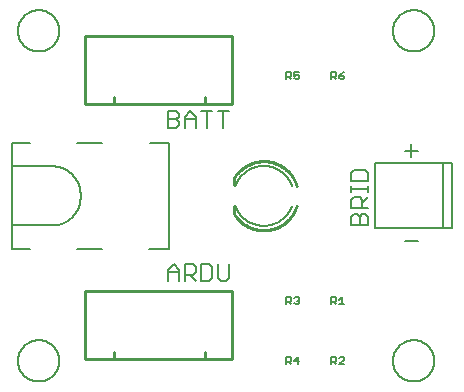
<source format=gto>
G75*
%MOIN*%
%OFA0B0*%
%FSLAX25Y25*%
%IPPOS*%
%LPD*%
%AMOC8*
5,1,8,0,0,1.08239X$1,22.5*
%
%ADD10C,0.00500*%
%ADD11C,0.00600*%
%ADD12C,0.01000*%
%ADD13C,0.00800*%
D10*
X0100746Y0080683D02*
X0100746Y0084353D01*
X0102581Y0086188D01*
X0104416Y0084353D01*
X0104416Y0080683D01*
X0106271Y0080683D02*
X0106271Y0086188D01*
X0109023Y0086188D01*
X0109941Y0085270D01*
X0109941Y0083435D01*
X0109023Y0082518D01*
X0106271Y0082518D01*
X0108106Y0082518D02*
X0109941Y0080683D01*
X0111796Y0080683D02*
X0114548Y0080683D01*
X0115465Y0081601D01*
X0115465Y0085270D01*
X0114548Y0086188D01*
X0111796Y0086188D01*
X0111796Y0080683D01*
X0117320Y0081601D02*
X0117320Y0086188D01*
X0120990Y0086188D02*
X0120990Y0081601D01*
X0120073Y0080683D01*
X0118238Y0080683D01*
X0117320Y0081601D01*
X0104416Y0083435D02*
X0100746Y0083435D01*
X0100746Y0131683D02*
X0103499Y0131683D01*
X0104416Y0132601D01*
X0104416Y0133518D01*
X0103499Y0134435D01*
X0100746Y0134435D01*
X0100746Y0131683D02*
X0100746Y0137188D01*
X0103499Y0137188D01*
X0104416Y0136270D01*
X0104416Y0135353D01*
X0103499Y0134435D01*
X0106271Y0134435D02*
X0109941Y0134435D01*
X0109941Y0135353D02*
X0109941Y0131683D01*
X0109941Y0135353D02*
X0108106Y0137188D01*
X0106271Y0135353D01*
X0106271Y0131683D01*
X0111796Y0137188D02*
X0115465Y0137188D01*
X0113631Y0137188D02*
X0113631Y0131683D01*
X0119155Y0131683D02*
X0119155Y0137188D01*
X0117320Y0137188D02*
X0120990Y0137188D01*
X0161840Y0116668D02*
X0161840Y0113916D01*
X0167345Y0113916D01*
X0167345Y0116668D01*
X0166428Y0117585D01*
X0162758Y0117585D01*
X0161840Y0116668D01*
X0161840Y0112067D02*
X0161840Y0110233D01*
X0161840Y0111150D02*
X0167345Y0111150D01*
X0167345Y0110233D02*
X0167345Y0112067D01*
X0167345Y0108378D02*
X0165510Y0106543D01*
X0165510Y0107460D02*
X0165510Y0104708D01*
X0167345Y0104708D02*
X0161840Y0104708D01*
X0161840Y0107460D01*
X0162758Y0108378D01*
X0164593Y0108378D01*
X0165510Y0107460D01*
X0165510Y0102853D02*
X0166428Y0102853D01*
X0167345Y0101935D01*
X0167345Y0099183D01*
X0161840Y0099183D01*
X0161840Y0101935D01*
X0162758Y0102853D01*
X0163675Y0102853D01*
X0164593Y0101935D01*
X0164593Y0099183D01*
X0164593Y0101935D02*
X0165510Y0102853D01*
D11*
X0179672Y0093936D02*
X0183943Y0093936D01*
X0158696Y0075135D02*
X0158696Y0072733D01*
X0159496Y0072733D02*
X0157895Y0072733D01*
X0156734Y0072733D02*
X0155933Y0073534D01*
X0156334Y0073534D02*
X0155133Y0073534D01*
X0155133Y0072733D02*
X0155133Y0075135D01*
X0156334Y0075135D01*
X0156734Y0074735D01*
X0156734Y0073934D01*
X0156334Y0073534D01*
X0157895Y0074334D02*
X0158696Y0075135D01*
X0144497Y0074735D02*
X0144497Y0074334D01*
X0144096Y0073934D01*
X0144497Y0073534D01*
X0144497Y0073133D01*
X0144096Y0072733D01*
X0143295Y0072733D01*
X0142895Y0073133D01*
X0143696Y0073934D02*
X0144096Y0073934D01*
X0144497Y0074735D02*
X0144096Y0075135D01*
X0143295Y0075135D01*
X0142895Y0074735D01*
X0141734Y0074735D02*
X0141734Y0073934D01*
X0141334Y0073534D01*
X0140133Y0073534D01*
X0140933Y0073534D02*
X0141734Y0072733D01*
X0140133Y0072733D02*
X0140133Y0075135D01*
X0141334Y0075135D01*
X0141734Y0074735D01*
X0141334Y0055135D02*
X0141734Y0054735D01*
X0141734Y0053934D01*
X0141334Y0053534D01*
X0140133Y0053534D01*
X0140933Y0053534D02*
X0141734Y0052733D01*
X0140133Y0052733D02*
X0140133Y0055135D01*
X0141334Y0055135D01*
X0142895Y0053934D02*
X0144497Y0053934D01*
X0144096Y0052733D02*
X0144096Y0055135D01*
X0142895Y0053934D01*
X0155133Y0053534D02*
X0156334Y0053534D01*
X0156734Y0053934D01*
X0156734Y0054735D01*
X0156334Y0055135D01*
X0155133Y0055135D01*
X0155133Y0052733D01*
X0155933Y0053534D02*
X0156734Y0052733D01*
X0157895Y0052733D02*
X0159497Y0054334D01*
X0159497Y0054735D01*
X0159096Y0055135D01*
X0158295Y0055135D01*
X0157895Y0054735D01*
X0157895Y0052733D02*
X0159497Y0052733D01*
X0141995Y0105533D02*
X0141909Y0105304D01*
X0141817Y0105077D01*
X0141720Y0104853D01*
X0141618Y0104631D01*
X0141510Y0104411D01*
X0141396Y0104194D01*
X0141278Y0103980D01*
X0141154Y0103769D01*
X0141025Y0103561D01*
X0140891Y0103357D01*
X0140752Y0103155D01*
X0140608Y0102957D01*
X0140460Y0102763D01*
X0140306Y0102572D01*
X0140148Y0102386D01*
X0139986Y0102203D01*
X0139819Y0102024D01*
X0139648Y0101849D01*
X0139472Y0101679D01*
X0139293Y0101513D01*
X0139109Y0101351D01*
X0138921Y0101194D01*
X0138730Y0101041D01*
X0138535Y0100893D01*
X0138337Y0100751D01*
X0138135Y0100612D01*
X0137929Y0100479D01*
X0137721Y0100351D01*
X0137509Y0100228D01*
X0137295Y0100111D01*
X0137078Y0099998D01*
X0136858Y0099891D01*
X0136635Y0099790D01*
X0136410Y0099694D01*
X0136183Y0099603D01*
X0135953Y0099518D01*
X0135722Y0099439D01*
X0135489Y0099365D01*
X0135254Y0099297D01*
X0135017Y0099235D01*
X0134779Y0099179D01*
X0134540Y0099128D01*
X0134299Y0099083D01*
X0134058Y0099045D01*
X0133815Y0099012D01*
X0133572Y0098985D01*
X0133328Y0098964D01*
X0133084Y0098949D01*
X0132840Y0098940D01*
X0132595Y0098937D01*
X0132350Y0098940D01*
X0132106Y0098949D01*
X0131862Y0098964D01*
X0131618Y0098985D01*
X0131375Y0099012D01*
X0131132Y0099045D01*
X0130891Y0099083D01*
X0130650Y0099128D01*
X0130411Y0099179D01*
X0130173Y0099235D01*
X0129936Y0099297D01*
X0129701Y0099365D01*
X0129468Y0099439D01*
X0129237Y0099518D01*
X0129007Y0099603D01*
X0128780Y0099694D01*
X0128555Y0099790D01*
X0128332Y0099891D01*
X0128112Y0099998D01*
X0127895Y0100111D01*
X0127681Y0100228D01*
X0127469Y0100351D01*
X0127261Y0100479D01*
X0127055Y0100612D01*
X0126853Y0100751D01*
X0126655Y0100893D01*
X0126460Y0101041D01*
X0126269Y0101194D01*
X0126081Y0101351D01*
X0125897Y0101513D01*
X0125718Y0101679D01*
X0125542Y0101849D01*
X0125371Y0102024D01*
X0125204Y0102203D01*
X0125042Y0102386D01*
X0124884Y0102572D01*
X0124730Y0102763D01*
X0124582Y0102957D01*
X0124438Y0103155D01*
X0124299Y0103357D01*
X0124165Y0103561D01*
X0124036Y0103769D01*
X0123912Y0103980D01*
X0123794Y0104194D01*
X0123680Y0104411D01*
X0123572Y0104631D01*
X0123470Y0104853D01*
X0123373Y0105077D01*
X0123281Y0105304D01*
X0123195Y0105533D01*
X0123195Y0112333D02*
X0123281Y0112562D01*
X0123373Y0112789D01*
X0123470Y0113013D01*
X0123572Y0113235D01*
X0123680Y0113455D01*
X0123794Y0113672D01*
X0123912Y0113886D01*
X0124036Y0114097D01*
X0124165Y0114305D01*
X0124299Y0114509D01*
X0124438Y0114711D01*
X0124582Y0114909D01*
X0124730Y0115103D01*
X0124884Y0115294D01*
X0125042Y0115480D01*
X0125204Y0115663D01*
X0125371Y0115842D01*
X0125542Y0116017D01*
X0125718Y0116187D01*
X0125897Y0116353D01*
X0126081Y0116515D01*
X0126269Y0116672D01*
X0126460Y0116825D01*
X0126655Y0116973D01*
X0126853Y0117115D01*
X0127055Y0117254D01*
X0127261Y0117387D01*
X0127469Y0117515D01*
X0127681Y0117638D01*
X0127895Y0117755D01*
X0128112Y0117868D01*
X0128332Y0117975D01*
X0128555Y0118076D01*
X0128780Y0118172D01*
X0129007Y0118263D01*
X0129237Y0118348D01*
X0129468Y0118427D01*
X0129701Y0118501D01*
X0129936Y0118569D01*
X0130173Y0118631D01*
X0130411Y0118687D01*
X0130650Y0118738D01*
X0130891Y0118783D01*
X0131132Y0118821D01*
X0131375Y0118854D01*
X0131618Y0118881D01*
X0131862Y0118902D01*
X0132106Y0118917D01*
X0132350Y0118926D01*
X0132595Y0118929D01*
X0132840Y0118926D01*
X0133084Y0118917D01*
X0133328Y0118902D01*
X0133572Y0118881D01*
X0133815Y0118854D01*
X0134058Y0118821D01*
X0134299Y0118783D01*
X0134540Y0118738D01*
X0134779Y0118687D01*
X0135017Y0118631D01*
X0135254Y0118569D01*
X0135489Y0118501D01*
X0135722Y0118427D01*
X0135953Y0118348D01*
X0136183Y0118263D01*
X0136410Y0118172D01*
X0136635Y0118076D01*
X0136858Y0117975D01*
X0137078Y0117868D01*
X0137295Y0117755D01*
X0137509Y0117638D01*
X0137721Y0117515D01*
X0137929Y0117387D01*
X0138135Y0117254D01*
X0138337Y0117115D01*
X0138535Y0116973D01*
X0138730Y0116825D01*
X0138921Y0116672D01*
X0139109Y0116515D01*
X0139293Y0116353D01*
X0139472Y0116187D01*
X0139648Y0116017D01*
X0139819Y0115842D01*
X0139986Y0115663D01*
X0140148Y0115480D01*
X0140306Y0115294D01*
X0140460Y0115103D01*
X0140608Y0114909D01*
X0140752Y0114711D01*
X0140891Y0114509D01*
X0141025Y0114305D01*
X0141154Y0114097D01*
X0141278Y0113886D01*
X0141396Y0113672D01*
X0141510Y0113455D01*
X0141618Y0113235D01*
X0141720Y0113013D01*
X0141817Y0112789D01*
X0141909Y0112562D01*
X0141995Y0112333D01*
X0179672Y0123936D02*
X0183943Y0123936D01*
X0181808Y0126071D02*
X0181808Y0121801D01*
X0159096Y0147733D02*
X0158295Y0147733D01*
X0157895Y0148133D01*
X0157895Y0148934D01*
X0159096Y0148934D01*
X0159496Y0148534D01*
X0159496Y0148133D01*
X0159096Y0147733D01*
X0157895Y0148934D02*
X0158696Y0149735D01*
X0159496Y0150135D01*
X0156734Y0149735D02*
X0156734Y0148934D01*
X0156334Y0148534D01*
X0155133Y0148534D01*
X0155933Y0148534D02*
X0156734Y0147733D01*
X0155133Y0147733D02*
X0155133Y0150135D01*
X0156334Y0150135D01*
X0156734Y0149735D01*
X0144497Y0150135D02*
X0142895Y0150135D01*
X0142895Y0148934D01*
X0143696Y0149334D01*
X0144096Y0149334D01*
X0144497Y0148934D01*
X0144497Y0148133D01*
X0144096Y0147733D01*
X0143295Y0147733D01*
X0142895Y0148133D01*
X0141734Y0147733D02*
X0140933Y0148534D01*
X0141334Y0148534D02*
X0140133Y0148534D01*
X0140133Y0147733D02*
X0140133Y0150135D01*
X0141334Y0150135D01*
X0141734Y0149735D01*
X0141734Y0148934D01*
X0141334Y0148534D01*
D12*
X0122005Y0139652D02*
X0073186Y0139652D01*
X0073186Y0162289D01*
X0122005Y0162289D01*
X0122005Y0139652D01*
X0112949Y0139878D02*
X0112949Y0141846D01*
X0122595Y0114633D02*
X0122595Y0112433D01*
X0122595Y0105433D02*
X0122595Y0103233D01*
X0122592Y0114634D02*
X0122735Y0114877D01*
X0122883Y0115117D01*
X0123037Y0115352D01*
X0123197Y0115584D01*
X0123363Y0115812D01*
X0123534Y0116036D01*
X0123710Y0116255D01*
X0123892Y0116470D01*
X0124079Y0116681D01*
X0124271Y0116887D01*
X0124468Y0117088D01*
X0124670Y0117284D01*
X0124876Y0117476D01*
X0125088Y0117662D01*
X0125304Y0117843D01*
X0125524Y0118019D01*
X0125748Y0118189D01*
X0125976Y0118354D01*
X0126209Y0118513D01*
X0126445Y0118666D01*
X0126685Y0118813D01*
X0126928Y0118955D01*
X0127175Y0119091D01*
X0127425Y0119220D01*
X0127678Y0119344D01*
X0127935Y0119461D01*
X0128193Y0119571D01*
X0128455Y0119676D01*
X0128719Y0119774D01*
X0128985Y0119866D01*
X0129254Y0119951D01*
X0129524Y0120029D01*
X0129797Y0120101D01*
X0130071Y0120166D01*
X0130346Y0120224D01*
X0130623Y0120276D01*
X0130901Y0120321D01*
X0131180Y0120359D01*
X0131460Y0120390D01*
X0131740Y0120414D01*
X0132021Y0120432D01*
X0132303Y0120442D01*
X0132584Y0120446D01*
X0132866Y0120443D01*
X0133147Y0120433D01*
X0133429Y0120416D01*
X0133709Y0120392D01*
X0133989Y0120361D01*
X0134268Y0120324D01*
X0134546Y0120279D01*
X0134823Y0120228D01*
X0135099Y0120170D01*
X0135373Y0120106D01*
X0135645Y0120035D01*
X0135916Y0119957D01*
X0136185Y0119872D01*
X0136451Y0119781D01*
X0136715Y0119684D01*
X0136977Y0119580D01*
X0137236Y0119469D01*
X0137492Y0119353D01*
X0137746Y0119230D01*
X0137996Y0119101D01*
X0138243Y0118965D01*
X0138487Y0118824D01*
X0138727Y0118677D01*
X0138964Y0118524D01*
X0139196Y0118366D01*
X0139425Y0118201D01*
X0139650Y0118032D01*
X0139870Y0117856D01*
X0140086Y0117676D01*
X0140298Y0117490D01*
X0140505Y0117299D01*
X0140707Y0117103D01*
X0140904Y0116902D01*
X0141097Y0116697D01*
X0141284Y0116486D01*
X0141466Y0116272D01*
X0141643Y0116052D01*
X0141815Y0115829D01*
X0141981Y0115601D01*
X0142141Y0115370D01*
X0142296Y0115135D01*
X0142444Y0114895D01*
X0142587Y0114653D01*
X0142724Y0114407D01*
X0142855Y0114157D01*
X0142980Y0113905D01*
X0143098Y0113649D01*
X0143210Y0113391D01*
X0143316Y0113130D01*
X0143416Y0112867D01*
X0143509Y0112601D01*
X0143595Y0112333D01*
X0143592Y0105534D02*
X0143506Y0105266D01*
X0143413Y0105000D01*
X0143313Y0104737D01*
X0143207Y0104476D01*
X0143095Y0104218D01*
X0142977Y0103962D01*
X0142852Y0103710D01*
X0142721Y0103460D01*
X0142584Y0103214D01*
X0142442Y0102972D01*
X0142293Y0102733D01*
X0142138Y0102497D01*
X0141978Y0102266D01*
X0141812Y0102038D01*
X0141641Y0101815D01*
X0141464Y0101596D01*
X0141282Y0101381D01*
X0141095Y0101171D01*
X0140902Y0100965D01*
X0140705Y0100764D01*
X0140503Y0100569D01*
X0140296Y0100378D01*
X0140084Y0100192D01*
X0139868Y0100011D01*
X0139648Y0099836D01*
X0139423Y0099666D01*
X0139195Y0099502D01*
X0138962Y0099343D01*
X0138725Y0099190D01*
X0138485Y0099043D01*
X0138242Y0098902D01*
X0137995Y0098767D01*
X0137744Y0098638D01*
X0137491Y0098515D01*
X0137235Y0098399D01*
X0136976Y0098288D01*
X0136714Y0098184D01*
X0136450Y0098087D01*
X0136184Y0097996D01*
X0135915Y0097911D01*
X0135645Y0097833D01*
X0135372Y0097762D01*
X0135098Y0097697D01*
X0134823Y0097640D01*
X0134546Y0097588D01*
X0134268Y0097544D01*
X0133989Y0097507D01*
X0133709Y0097476D01*
X0133428Y0097452D01*
X0133147Y0097435D01*
X0132866Y0097425D01*
X0132584Y0097422D01*
X0132303Y0097426D01*
X0132021Y0097436D01*
X0131740Y0097454D01*
X0131460Y0097478D01*
X0131180Y0097509D01*
X0130901Y0097547D01*
X0130623Y0097592D01*
X0130346Y0097644D01*
X0130071Y0097702D01*
X0129797Y0097767D01*
X0129525Y0097839D01*
X0129254Y0097918D01*
X0128986Y0098003D01*
X0128720Y0098094D01*
X0128456Y0098192D01*
X0128194Y0098297D01*
X0127935Y0098407D01*
X0127679Y0098525D01*
X0127426Y0098648D01*
X0127176Y0098777D01*
X0126929Y0098913D01*
X0126686Y0099055D01*
X0126446Y0099202D01*
X0126210Y0099355D01*
X0125978Y0099514D01*
X0125749Y0099679D01*
X0125525Y0099849D01*
X0125305Y0100025D01*
X0125089Y0100206D01*
X0124878Y0100392D01*
X0124672Y0100583D01*
X0124470Y0100780D01*
X0124273Y0100981D01*
X0124081Y0101187D01*
X0123894Y0101397D01*
X0123712Y0101612D01*
X0123536Y0101832D01*
X0123365Y0102056D01*
X0123199Y0102284D01*
X0123040Y0102515D01*
X0122885Y0102751D01*
X0122737Y0102990D01*
X0122595Y0103233D01*
X0122005Y0077289D02*
X0073186Y0077289D01*
X0073186Y0054652D01*
X0122005Y0054652D01*
X0122005Y0077289D01*
X0112949Y0056846D02*
X0112949Y0054878D01*
X0082635Y0054878D02*
X0082635Y0056846D01*
X0082635Y0139878D02*
X0082635Y0141846D01*
D13*
X0050705Y0053933D02*
X0050707Y0054102D01*
X0050713Y0054271D01*
X0050724Y0054440D01*
X0050738Y0054608D01*
X0050757Y0054776D01*
X0050780Y0054944D01*
X0050806Y0055111D01*
X0050837Y0055277D01*
X0050872Y0055443D01*
X0050911Y0055607D01*
X0050955Y0055771D01*
X0051002Y0055933D01*
X0051053Y0056094D01*
X0051108Y0056254D01*
X0051167Y0056413D01*
X0051229Y0056570D01*
X0051296Y0056725D01*
X0051367Y0056879D01*
X0051441Y0057031D01*
X0051519Y0057181D01*
X0051600Y0057329D01*
X0051685Y0057475D01*
X0051774Y0057619D01*
X0051866Y0057761D01*
X0051962Y0057900D01*
X0052061Y0058037D01*
X0052163Y0058172D01*
X0052269Y0058304D01*
X0052378Y0058433D01*
X0052490Y0058560D01*
X0052605Y0058684D01*
X0052723Y0058805D01*
X0052844Y0058923D01*
X0052968Y0059038D01*
X0053095Y0059150D01*
X0053224Y0059259D01*
X0053356Y0059365D01*
X0053491Y0059467D01*
X0053628Y0059566D01*
X0053767Y0059662D01*
X0053909Y0059754D01*
X0054053Y0059843D01*
X0054199Y0059928D01*
X0054347Y0060009D01*
X0054497Y0060087D01*
X0054649Y0060161D01*
X0054803Y0060232D01*
X0054958Y0060299D01*
X0055115Y0060361D01*
X0055274Y0060420D01*
X0055434Y0060475D01*
X0055595Y0060526D01*
X0055757Y0060573D01*
X0055921Y0060617D01*
X0056085Y0060656D01*
X0056251Y0060691D01*
X0056417Y0060722D01*
X0056584Y0060748D01*
X0056752Y0060771D01*
X0056920Y0060790D01*
X0057088Y0060804D01*
X0057257Y0060815D01*
X0057426Y0060821D01*
X0057595Y0060823D01*
X0057764Y0060821D01*
X0057933Y0060815D01*
X0058102Y0060804D01*
X0058270Y0060790D01*
X0058438Y0060771D01*
X0058606Y0060748D01*
X0058773Y0060722D01*
X0058939Y0060691D01*
X0059105Y0060656D01*
X0059269Y0060617D01*
X0059433Y0060573D01*
X0059595Y0060526D01*
X0059756Y0060475D01*
X0059916Y0060420D01*
X0060075Y0060361D01*
X0060232Y0060299D01*
X0060387Y0060232D01*
X0060541Y0060161D01*
X0060693Y0060087D01*
X0060843Y0060009D01*
X0060991Y0059928D01*
X0061137Y0059843D01*
X0061281Y0059754D01*
X0061423Y0059662D01*
X0061562Y0059566D01*
X0061699Y0059467D01*
X0061834Y0059365D01*
X0061966Y0059259D01*
X0062095Y0059150D01*
X0062222Y0059038D01*
X0062346Y0058923D01*
X0062467Y0058805D01*
X0062585Y0058684D01*
X0062700Y0058560D01*
X0062812Y0058433D01*
X0062921Y0058304D01*
X0063027Y0058172D01*
X0063129Y0058037D01*
X0063228Y0057900D01*
X0063324Y0057761D01*
X0063416Y0057619D01*
X0063505Y0057475D01*
X0063590Y0057329D01*
X0063671Y0057181D01*
X0063749Y0057031D01*
X0063823Y0056879D01*
X0063894Y0056725D01*
X0063961Y0056570D01*
X0064023Y0056413D01*
X0064082Y0056254D01*
X0064137Y0056094D01*
X0064188Y0055933D01*
X0064235Y0055771D01*
X0064279Y0055607D01*
X0064318Y0055443D01*
X0064353Y0055277D01*
X0064384Y0055111D01*
X0064410Y0054944D01*
X0064433Y0054776D01*
X0064452Y0054608D01*
X0064466Y0054440D01*
X0064477Y0054271D01*
X0064483Y0054102D01*
X0064485Y0053933D01*
X0064483Y0053764D01*
X0064477Y0053595D01*
X0064466Y0053426D01*
X0064452Y0053258D01*
X0064433Y0053090D01*
X0064410Y0052922D01*
X0064384Y0052755D01*
X0064353Y0052589D01*
X0064318Y0052423D01*
X0064279Y0052259D01*
X0064235Y0052095D01*
X0064188Y0051933D01*
X0064137Y0051772D01*
X0064082Y0051612D01*
X0064023Y0051453D01*
X0063961Y0051296D01*
X0063894Y0051141D01*
X0063823Y0050987D01*
X0063749Y0050835D01*
X0063671Y0050685D01*
X0063590Y0050537D01*
X0063505Y0050391D01*
X0063416Y0050247D01*
X0063324Y0050105D01*
X0063228Y0049966D01*
X0063129Y0049829D01*
X0063027Y0049694D01*
X0062921Y0049562D01*
X0062812Y0049433D01*
X0062700Y0049306D01*
X0062585Y0049182D01*
X0062467Y0049061D01*
X0062346Y0048943D01*
X0062222Y0048828D01*
X0062095Y0048716D01*
X0061966Y0048607D01*
X0061834Y0048501D01*
X0061699Y0048399D01*
X0061562Y0048300D01*
X0061423Y0048204D01*
X0061281Y0048112D01*
X0061137Y0048023D01*
X0060991Y0047938D01*
X0060843Y0047857D01*
X0060693Y0047779D01*
X0060541Y0047705D01*
X0060387Y0047634D01*
X0060232Y0047567D01*
X0060075Y0047505D01*
X0059916Y0047446D01*
X0059756Y0047391D01*
X0059595Y0047340D01*
X0059433Y0047293D01*
X0059269Y0047249D01*
X0059105Y0047210D01*
X0058939Y0047175D01*
X0058773Y0047144D01*
X0058606Y0047118D01*
X0058438Y0047095D01*
X0058270Y0047076D01*
X0058102Y0047062D01*
X0057933Y0047051D01*
X0057764Y0047045D01*
X0057595Y0047043D01*
X0057426Y0047045D01*
X0057257Y0047051D01*
X0057088Y0047062D01*
X0056920Y0047076D01*
X0056752Y0047095D01*
X0056584Y0047118D01*
X0056417Y0047144D01*
X0056251Y0047175D01*
X0056085Y0047210D01*
X0055921Y0047249D01*
X0055757Y0047293D01*
X0055595Y0047340D01*
X0055434Y0047391D01*
X0055274Y0047446D01*
X0055115Y0047505D01*
X0054958Y0047567D01*
X0054803Y0047634D01*
X0054649Y0047705D01*
X0054497Y0047779D01*
X0054347Y0047857D01*
X0054199Y0047938D01*
X0054053Y0048023D01*
X0053909Y0048112D01*
X0053767Y0048204D01*
X0053628Y0048300D01*
X0053491Y0048399D01*
X0053356Y0048501D01*
X0053224Y0048607D01*
X0053095Y0048716D01*
X0052968Y0048828D01*
X0052844Y0048943D01*
X0052723Y0049061D01*
X0052605Y0049182D01*
X0052490Y0049306D01*
X0052378Y0049433D01*
X0052269Y0049562D01*
X0052163Y0049694D01*
X0052061Y0049829D01*
X0051962Y0049966D01*
X0051866Y0050105D01*
X0051774Y0050247D01*
X0051685Y0050391D01*
X0051600Y0050537D01*
X0051519Y0050685D01*
X0051441Y0050835D01*
X0051367Y0050987D01*
X0051296Y0051141D01*
X0051229Y0051296D01*
X0051167Y0051453D01*
X0051108Y0051612D01*
X0051053Y0051772D01*
X0051002Y0051933D01*
X0050955Y0052095D01*
X0050911Y0052259D01*
X0050872Y0052423D01*
X0050837Y0052589D01*
X0050806Y0052755D01*
X0050780Y0052922D01*
X0050757Y0053090D01*
X0050738Y0053258D01*
X0050724Y0053426D01*
X0050713Y0053595D01*
X0050707Y0053764D01*
X0050705Y0053933D01*
X0048816Y0091217D02*
X0054721Y0091217D01*
X0048816Y0091217D02*
X0048816Y0099091D01*
X0062595Y0099091D01*
X0070469Y0091217D02*
X0078737Y0091217D01*
X0094485Y0091217D02*
X0101178Y0091217D01*
X0101178Y0126650D01*
X0094879Y0126650D01*
X0078737Y0126650D02*
X0070469Y0126650D01*
X0062595Y0118776D02*
X0048816Y0118776D01*
X0048816Y0099091D01*
X0062595Y0099090D02*
X0062823Y0099103D01*
X0063050Y0099122D01*
X0063277Y0099146D01*
X0063503Y0099175D01*
X0063728Y0099210D01*
X0063952Y0099250D01*
X0064175Y0099296D01*
X0064398Y0099347D01*
X0064618Y0099403D01*
X0064838Y0099465D01*
X0065056Y0099532D01*
X0065272Y0099604D01*
X0065486Y0099682D01*
X0065698Y0099764D01*
X0065909Y0099852D01*
X0066117Y0099945D01*
X0066323Y0100043D01*
X0066526Y0100145D01*
X0066727Y0100253D01*
X0066925Y0100365D01*
X0067121Y0100483D01*
X0067313Y0100604D01*
X0067503Y0100731D01*
X0067690Y0100862D01*
X0067873Y0100997D01*
X0068053Y0101137D01*
X0068229Y0101282D01*
X0068402Y0101430D01*
X0068571Y0101583D01*
X0068737Y0101739D01*
X0068899Y0101900D01*
X0069057Y0102064D01*
X0069210Y0102232D01*
X0069360Y0102404D01*
X0069506Y0102580D01*
X0069647Y0102759D01*
X0069784Y0102941D01*
X0069916Y0103126D01*
X0070044Y0103315D01*
X0070167Y0103507D01*
X0070286Y0103701D01*
X0070400Y0103899D01*
X0070509Y0104099D01*
X0070613Y0104301D01*
X0070712Y0104507D01*
X0070806Y0104714D01*
X0070896Y0104924D01*
X0070980Y0105136D01*
X0071059Y0105349D01*
X0071133Y0105565D01*
X0071201Y0105782D01*
X0071265Y0106001D01*
X0071323Y0106222D01*
X0071375Y0106443D01*
X0071423Y0106666D01*
X0071465Y0106890D01*
X0071501Y0107115D01*
X0071532Y0107341D01*
X0071558Y0107568D01*
X0071578Y0107795D01*
X0071592Y0108022D01*
X0071601Y0108250D01*
X0071605Y0108478D01*
X0071603Y0108705D01*
X0071596Y0108933D01*
X0071603Y0109161D01*
X0071605Y0109388D01*
X0071601Y0109616D01*
X0071592Y0109844D01*
X0071578Y0110071D01*
X0071558Y0110298D01*
X0071532Y0110525D01*
X0071501Y0110751D01*
X0071465Y0110976D01*
X0071423Y0111200D01*
X0071375Y0111423D01*
X0071323Y0111644D01*
X0071265Y0111865D01*
X0071201Y0112084D01*
X0071133Y0112301D01*
X0071059Y0112517D01*
X0070980Y0112730D01*
X0070896Y0112942D01*
X0070806Y0113152D01*
X0070712Y0113359D01*
X0070613Y0113565D01*
X0070509Y0113767D01*
X0070400Y0113967D01*
X0070286Y0114165D01*
X0070167Y0114359D01*
X0070044Y0114551D01*
X0069916Y0114740D01*
X0069784Y0114925D01*
X0069647Y0115107D01*
X0069506Y0115286D01*
X0069360Y0115462D01*
X0069210Y0115634D01*
X0069057Y0115802D01*
X0068899Y0115966D01*
X0068737Y0116127D01*
X0068571Y0116283D01*
X0068402Y0116436D01*
X0068229Y0116584D01*
X0068053Y0116729D01*
X0067873Y0116869D01*
X0067690Y0117004D01*
X0067503Y0117135D01*
X0067313Y0117262D01*
X0067121Y0117383D01*
X0066925Y0117501D01*
X0066727Y0117613D01*
X0066526Y0117721D01*
X0066323Y0117823D01*
X0066117Y0117921D01*
X0065909Y0118014D01*
X0065698Y0118102D01*
X0065486Y0118184D01*
X0065272Y0118262D01*
X0065056Y0118334D01*
X0064838Y0118401D01*
X0064618Y0118463D01*
X0064398Y0118519D01*
X0064175Y0118570D01*
X0063952Y0118616D01*
X0063728Y0118656D01*
X0063503Y0118691D01*
X0063277Y0118720D01*
X0063050Y0118744D01*
X0062823Y0118763D01*
X0062595Y0118776D01*
X0054721Y0126650D02*
X0048816Y0126650D01*
X0048816Y0118776D01*
X0050705Y0163933D02*
X0050707Y0164102D01*
X0050713Y0164271D01*
X0050724Y0164440D01*
X0050738Y0164608D01*
X0050757Y0164776D01*
X0050780Y0164944D01*
X0050806Y0165111D01*
X0050837Y0165277D01*
X0050872Y0165443D01*
X0050911Y0165607D01*
X0050955Y0165771D01*
X0051002Y0165933D01*
X0051053Y0166094D01*
X0051108Y0166254D01*
X0051167Y0166413D01*
X0051229Y0166570D01*
X0051296Y0166725D01*
X0051367Y0166879D01*
X0051441Y0167031D01*
X0051519Y0167181D01*
X0051600Y0167329D01*
X0051685Y0167475D01*
X0051774Y0167619D01*
X0051866Y0167761D01*
X0051962Y0167900D01*
X0052061Y0168037D01*
X0052163Y0168172D01*
X0052269Y0168304D01*
X0052378Y0168433D01*
X0052490Y0168560D01*
X0052605Y0168684D01*
X0052723Y0168805D01*
X0052844Y0168923D01*
X0052968Y0169038D01*
X0053095Y0169150D01*
X0053224Y0169259D01*
X0053356Y0169365D01*
X0053491Y0169467D01*
X0053628Y0169566D01*
X0053767Y0169662D01*
X0053909Y0169754D01*
X0054053Y0169843D01*
X0054199Y0169928D01*
X0054347Y0170009D01*
X0054497Y0170087D01*
X0054649Y0170161D01*
X0054803Y0170232D01*
X0054958Y0170299D01*
X0055115Y0170361D01*
X0055274Y0170420D01*
X0055434Y0170475D01*
X0055595Y0170526D01*
X0055757Y0170573D01*
X0055921Y0170617D01*
X0056085Y0170656D01*
X0056251Y0170691D01*
X0056417Y0170722D01*
X0056584Y0170748D01*
X0056752Y0170771D01*
X0056920Y0170790D01*
X0057088Y0170804D01*
X0057257Y0170815D01*
X0057426Y0170821D01*
X0057595Y0170823D01*
X0057764Y0170821D01*
X0057933Y0170815D01*
X0058102Y0170804D01*
X0058270Y0170790D01*
X0058438Y0170771D01*
X0058606Y0170748D01*
X0058773Y0170722D01*
X0058939Y0170691D01*
X0059105Y0170656D01*
X0059269Y0170617D01*
X0059433Y0170573D01*
X0059595Y0170526D01*
X0059756Y0170475D01*
X0059916Y0170420D01*
X0060075Y0170361D01*
X0060232Y0170299D01*
X0060387Y0170232D01*
X0060541Y0170161D01*
X0060693Y0170087D01*
X0060843Y0170009D01*
X0060991Y0169928D01*
X0061137Y0169843D01*
X0061281Y0169754D01*
X0061423Y0169662D01*
X0061562Y0169566D01*
X0061699Y0169467D01*
X0061834Y0169365D01*
X0061966Y0169259D01*
X0062095Y0169150D01*
X0062222Y0169038D01*
X0062346Y0168923D01*
X0062467Y0168805D01*
X0062585Y0168684D01*
X0062700Y0168560D01*
X0062812Y0168433D01*
X0062921Y0168304D01*
X0063027Y0168172D01*
X0063129Y0168037D01*
X0063228Y0167900D01*
X0063324Y0167761D01*
X0063416Y0167619D01*
X0063505Y0167475D01*
X0063590Y0167329D01*
X0063671Y0167181D01*
X0063749Y0167031D01*
X0063823Y0166879D01*
X0063894Y0166725D01*
X0063961Y0166570D01*
X0064023Y0166413D01*
X0064082Y0166254D01*
X0064137Y0166094D01*
X0064188Y0165933D01*
X0064235Y0165771D01*
X0064279Y0165607D01*
X0064318Y0165443D01*
X0064353Y0165277D01*
X0064384Y0165111D01*
X0064410Y0164944D01*
X0064433Y0164776D01*
X0064452Y0164608D01*
X0064466Y0164440D01*
X0064477Y0164271D01*
X0064483Y0164102D01*
X0064485Y0163933D01*
X0064483Y0163764D01*
X0064477Y0163595D01*
X0064466Y0163426D01*
X0064452Y0163258D01*
X0064433Y0163090D01*
X0064410Y0162922D01*
X0064384Y0162755D01*
X0064353Y0162589D01*
X0064318Y0162423D01*
X0064279Y0162259D01*
X0064235Y0162095D01*
X0064188Y0161933D01*
X0064137Y0161772D01*
X0064082Y0161612D01*
X0064023Y0161453D01*
X0063961Y0161296D01*
X0063894Y0161141D01*
X0063823Y0160987D01*
X0063749Y0160835D01*
X0063671Y0160685D01*
X0063590Y0160537D01*
X0063505Y0160391D01*
X0063416Y0160247D01*
X0063324Y0160105D01*
X0063228Y0159966D01*
X0063129Y0159829D01*
X0063027Y0159694D01*
X0062921Y0159562D01*
X0062812Y0159433D01*
X0062700Y0159306D01*
X0062585Y0159182D01*
X0062467Y0159061D01*
X0062346Y0158943D01*
X0062222Y0158828D01*
X0062095Y0158716D01*
X0061966Y0158607D01*
X0061834Y0158501D01*
X0061699Y0158399D01*
X0061562Y0158300D01*
X0061423Y0158204D01*
X0061281Y0158112D01*
X0061137Y0158023D01*
X0060991Y0157938D01*
X0060843Y0157857D01*
X0060693Y0157779D01*
X0060541Y0157705D01*
X0060387Y0157634D01*
X0060232Y0157567D01*
X0060075Y0157505D01*
X0059916Y0157446D01*
X0059756Y0157391D01*
X0059595Y0157340D01*
X0059433Y0157293D01*
X0059269Y0157249D01*
X0059105Y0157210D01*
X0058939Y0157175D01*
X0058773Y0157144D01*
X0058606Y0157118D01*
X0058438Y0157095D01*
X0058270Y0157076D01*
X0058102Y0157062D01*
X0057933Y0157051D01*
X0057764Y0157045D01*
X0057595Y0157043D01*
X0057426Y0157045D01*
X0057257Y0157051D01*
X0057088Y0157062D01*
X0056920Y0157076D01*
X0056752Y0157095D01*
X0056584Y0157118D01*
X0056417Y0157144D01*
X0056251Y0157175D01*
X0056085Y0157210D01*
X0055921Y0157249D01*
X0055757Y0157293D01*
X0055595Y0157340D01*
X0055434Y0157391D01*
X0055274Y0157446D01*
X0055115Y0157505D01*
X0054958Y0157567D01*
X0054803Y0157634D01*
X0054649Y0157705D01*
X0054497Y0157779D01*
X0054347Y0157857D01*
X0054199Y0157938D01*
X0054053Y0158023D01*
X0053909Y0158112D01*
X0053767Y0158204D01*
X0053628Y0158300D01*
X0053491Y0158399D01*
X0053356Y0158501D01*
X0053224Y0158607D01*
X0053095Y0158716D01*
X0052968Y0158828D01*
X0052844Y0158943D01*
X0052723Y0159061D01*
X0052605Y0159182D01*
X0052490Y0159306D01*
X0052378Y0159433D01*
X0052269Y0159562D01*
X0052163Y0159694D01*
X0052061Y0159829D01*
X0051962Y0159966D01*
X0051866Y0160105D01*
X0051774Y0160247D01*
X0051685Y0160391D01*
X0051600Y0160537D01*
X0051519Y0160685D01*
X0051441Y0160835D01*
X0051367Y0160987D01*
X0051296Y0161141D01*
X0051229Y0161296D01*
X0051167Y0161453D01*
X0051108Y0161612D01*
X0051053Y0161772D01*
X0051002Y0161933D01*
X0050955Y0162095D01*
X0050911Y0162259D01*
X0050872Y0162423D01*
X0050837Y0162589D01*
X0050806Y0162755D01*
X0050780Y0162922D01*
X0050757Y0163090D01*
X0050738Y0163258D01*
X0050724Y0163426D01*
X0050713Y0163595D01*
X0050707Y0163764D01*
X0050705Y0163933D01*
X0169800Y0119839D02*
X0169800Y0098185D01*
X0192438Y0098185D01*
X0192438Y0119839D01*
X0195390Y0119839D01*
X0195390Y0098185D01*
X0192438Y0098185D01*
X0192438Y0119839D02*
X0169800Y0119839D01*
X0175705Y0163933D02*
X0175707Y0164102D01*
X0175713Y0164271D01*
X0175724Y0164440D01*
X0175738Y0164608D01*
X0175757Y0164776D01*
X0175780Y0164944D01*
X0175806Y0165111D01*
X0175837Y0165277D01*
X0175872Y0165443D01*
X0175911Y0165607D01*
X0175955Y0165771D01*
X0176002Y0165933D01*
X0176053Y0166094D01*
X0176108Y0166254D01*
X0176167Y0166413D01*
X0176229Y0166570D01*
X0176296Y0166725D01*
X0176367Y0166879D01*
X0176441Y0167031D01*
X0176519Y0167181D01*
X0176600Y0167329D01*
X0176685Y0167475D01*
X0176774Y0167619D01*
X0176866Y0167761D01*
X0176962Y0167900D01*
X0177061Y0168037D01*
X0177163Y0168172D01*
X0177269Y0168304D01*
X0177378Y0168433D01*
X0177490Y0168560D01*
X0177605Y0168684D01*
X0177723Y0168805D01*
X0177844Y0168923D01*
X0177968Y0169038D01*
X0178095Y0169150D01*
X0178224Y0169259D01*
X0178356Y0169365D01*
X0178491Y0169467D01*
X0178628Y0169566D01*
X0178767Y0169662D01*
X0178909Y0169754D01*
X0179053Y0169843D01*
X0179199Y0169928D01*
X0179347Y0170009D01*
X0179497Y0170087D01*
X0179649Y0170161D01*
X0179803Y0170232D01*
X0179958Y0170299D01*
X0180115Y0170361D01*
X0180274Y0170420D01*
X0180434Y0170475D01*
X0180595Y0170526D01*
X0180757Y0170573D01*
X0180921Y0170617D01*
X0181085Y0170656D01*
X0181251Y0170691D01*
X0181417Y0170722D01*
X0181584Y0170748D01*
X0181752Y0170771D01*
X0181920Y0170790D01*
X0182088Y0170804D01*
X0182257Y0170815D01*
X0182426Y0170821D01*
X0182595Y0170823D01*
X0182764Y0170821D01*
X0182933Y0170815D01*
X0183102Y0170804D01*
X0183270Y0170790D01*
X0183438Y0170771D01*
X0183606Y0170748D01*
X0183773Y0170722D01*
X0183939Y0170691D01*
X0184105Y0170656D01*
X0184269Y0170617D01*
X0184433Y0170573D01*
X0184595Y0170526D01*
X0184756Y0170475D01*
X0184916Y0170420D01*
X0185075Y0170361D01*
X0185232Y0170299D01*
X0185387Y0170232D01*
X0185541Y0170161D01*
X0185693Y0170087D01*
X0185843Y0170009D01*
X0185991Y0169928D01*
X0186137Y0169843D01*
X0186281Y0169754D01*
X0186423Y0169662D01*
X0186562Y0169566D01*
X0186699Y0169467D01*
X0186834Y0169365D01*
X0186966Y0169259D01*
X0187095Y0169150D01*
X0187222Y0169038D01*
X0187346Y0168923D01*
X0187467Y0168805D01*
X0187585Y0168684D01*
X0187700Y0168560D01*
X0187812Y0168433D01*
X0187921Y0168304D01*
X0188027Y0168172D01*
X0188129Y0168037D01*
X0188228Y0167900D01*
X0188324Y0167761D01*
X0188416Y0167619D01*
X0188505Y0167475D01*
X0188590Y0167329D01*
X0188671Y0167181D01*
X0188749Y0167031D01*
X0188823Y0166879D01*
X0188894Y0166725D01*
X0188961Y0166570D01*
X0189023Y0166413D01*
X0189082Y0166254D01*
X0189137Y0166094D01*
X0189188Y0165933D01*
X0189235Y0165771D01*
X0189279Y0165607D01*
X0189318Y0165443D01*
X0189353Y0165277D01*
X0189384Y0165111D01*
X0189410Y0164944D01*
X0189433Y0164776D01*
X0189452Y0164608D01*
X0189466Y0164440D01*
X0189477Y0164271D01*
X0189483Y0164102D01*
X0189485Y0163933D01*
X0189483Y0163764D01*
X0189477Y0163595D01*
X0189466Y0163426D01*
X0189452Y0163258D01*
X0189433Y0163090D01*
X0189410Y0162922D01*
X0189384Y0162755D01*
X0189353Y0162589D01*
X0189318Y0162423D01*
X0189279Y0162259D01*
X0189235Y0162095D01*
X0189188Y0161933D01*
X0189137Y0161772D01*
X0189082Y0161612D01*
X0189023Y0161453D01*
X0188961Y0161296D01*
X0188894Y0161141D01*
X0188823Y0160987D01*
X0188749Y0160835D01*
X0188671Y0160685D01*
X0188590Y0160537D01*
X0188505Y0160391D01*
X0188416Y0160247D01*
X0188324Y0160105D01*
X0188228Y0159966D01*
X0188129Y0159829D01*
X0188027Y0159694D01*
X0187921Y0159562D01*
X0187812Y0159433D01*
X0187700Y0159306D01*
X0187585Y0159182D01*
X0187467Y0159061D01*
X0187346Y0158943D01*
X0187222Y0158828D01*
X0187095Y0158716D01*
X0186966Y0158607D01*
X0186834Y0158501D01*
X0186699Y0158399D01*
X0186562Y0158300D01*
X0186423Y0158204D01*
X0186281Y0158112D01*
X0186137Y0158023D01*
X0185991Y0157938D01*
X0185843Y0157857D01*
X0185693Y0157779D01*
X0185541Y0157705D01*
X0185387Y0157634D01*
X0185232Y0157567D01*
X0185075Y0157505D01*
X0184916Y0157446D01*
X0184756Y0157391D01*
X0184595Y0157340D01*
X0184433Y0157293D01*
X0184269Y0157249D01*
X0184105Y0157210D01*
X0183939Y0157175D01*
X0183773Y0157144D01*
X0183606Y0157118D01*
X0183438Y0157095D01*
X0183270Y0157076D01*
X0183102Y0157062D01*
X0182933Y0157051D01*
X0182764Y0157045D01*
X0182595Y0157043D01*
X0182426Y0157045D01*
X0182257Y0157051D01*
X0182088Y0157062D01*
X0181920Y0157076D01*
X0181752Y0157095D01*
X0181584Y0157118D01*
X0181417Y0157144D01*
X0181251Y0157175D01*
X0181085Y0157210D01*
X0180921Y0157249D01*
X0180757Y0157293D01*
X0180595Y0157340D01*
X0180434Y0157391D01*
X0180274Y0157446D01*
X0180115Y0157505D01*
X0179958Y0157567D01*
X0179803Y0157634D01*
X0179649Y0157705D01*
X0179497Y0157779D01*
X0179347Y0157857D01*
X0179199Y0157938D01*
X0179053Y0158023D01*
X0178909Y0158112D01*
X0178767Y0158204D01*
X0178628Y0158300D01*
X0178491Y0158399D01*
X0178356Y0158501D01*
X0178224Y0158607D01*
X0178095Y0158716D01*
X0177968Y0158828D01*
X0177844Y0158943D01*
X0177723Y0159061D01*
X0177605Y0159182D01*
X0177490Y0159306D01*
X0177378Y0159433D01*
X0177269Y0159562D01*
X0177163Y0159694D01*
X0177061Y0159829D01*
X0176962Y0159966D01*
X0176866Y0160105D01*
X0176774Y0160247D01*
X0176685Y0160391D01*
X0176600Y0160537D01*
X0176519Y0160685D01*
X0176441Y0160835D01*
X0176367Y0160987D01*
X0176296Y0161141D01*
X0176229Y0161296D01*
X0176167Y0161453D01*
X0176108Y0161612D01*
X0176053Y0161772D01*
X0176002Y0161933D01*
X0175955Y0162095D01*
X0175911Y0162259D01*
X0175872Y0162423D01*
X0175837Y0162589D01*
X0175806Y0162755D01*
X0175780Y0162922D01*
X0175757Y0163090D01*
X0175738Y0163258D01*
X0175724Y0163426D01*
X0175713Y0163595D01*
X0175707Y0163764D01*
X0175705Y0163933D01*
X0175705Y0053933D02*
X0175707Y0054102D01*
X0175713Y0054271D01*
X0175724Y0054440D01*
X0175738Y0054608D01*
X0175757Y0054776D01*
X0175780Y0054944D01*
X0175806Y0055111D01*
X0175837Y0055277D01*
X0175872Y0055443D01*
X0175911Y0055607D01*
X0175955Y0055771D01*
X0176002Y0055933D01*
X0176053Y0056094D01*
X0176108Y0056254D01*
X0176167Y0056413D01*
X0176229Y0056570D01*
X0176296Y0056725D01*
X0176367Y0056879D01*
X0176441Y0057031D01*
X0176519Y0057181D01*
X0176600Y0057329D01*
X0176685Y0057475D01*
X0176774Y0057619D01*
X0176866Y0057761D01*
X0176962Y0057900D01*
X0177061Y0058037D01*
X0177163Y0058172D01*
X0177269Y0058304D01*
X0177378Y0058433D01*
X0177490Y0058560D01*
X0177605Y0058684D01*
X0177723Y0058805D01*
X0177844Y0058923D01*
X0177968Y0059038D01*
X0178095Y0059150D01*
X0178224Y0059259D01*
X0178356Y0059365D01*
X0178491Y0059467D01*
X0178628Y0059566D01*
X0178767Y0059662D01*
X0178909Y0059754D01*
X0179053Y0059843D01*
X0179199Y0059928D01*
X0179347Y0060009D01*
X0179497Y0060087D01*
X0179649Y0060161D01*
X0179803Y0060232D01*
X0179958Y0060299D01*
X0180115Y0060361D01*
X0180274Y0060420D01*
X0180434Y0060475D01*
X0180595Y0060526D01*
X0180757Y0060573D01*
X0180921Y0060617D01*
X0181085Y0060656D01*
X0181251Y0060691D01*
X0181417Y0060722D01*
X0181584Y0060748D01*
X0181752Y0060771D01*
X0181920Y0060790D01*
X0182088Y0060804D01*
X0182257Y0060815D01*
X0182426Y0060821D01*
X0182595Y0060823D01*
X0182764Y0060821D01*
X0182933Y0060815D01*
X0183102Y0060804D01*
X0183270Y0060790D01*
X0183438Y0060771D01*
X0183606Y0060748D01*
X0183773Y0060722D01*
X0183939Y0060691D01*
X0184105Y0060656D01*
X0184269Y0060617D01*
X0184433Y0060573D01*
X0184595Y0060526D01*
X0184756Y0060475D01*
X0184916Y0060420D01*
X0185075Y0060361D01*
X0185232Y0060299D01*
X0185387Y0060232D01*
X0185541Y0060161D01*
X0185693Y0060087D01*
X0185843Y0060009D01*
X0185991Y0059928D01*
X0186137Y0059843D01*
X0186281Y0059754D01*
X0186423Y0059662D01*
X0186562Y0059566D01*
X0186699Y0059467D01*
X0186834Y0059365D01*
X0186966Y0059259D01*
X0187095Y0059150D01*
X0187222Y0059038D01*
X0187346Y0058923D01*
X0187467Y0058805D01*
X0187585Y0058684D01*
X0187700Y0058560D01*
X0187812Y0058433D01*
X0187921Y0058304D01*
X0188027Y0058172D01*
X0188129Y0058037D01*
X0188228Y0057900D01*
X0188324Y0057761D01*
X0188416Y0057619D01*
X0188505Y0057475D01*
X0188590Y0057329D01*
X0188671Y0057181D01*
X0188749Y0057031D01*
X0188823Y0056879D01*
X0188894Y0056725D01*
X0188961Y0056570D01*
X0189023Y0056413D01*
X0189082Y0056254D01*
X0189137Y0056094D01*
X0189188Y0055933D01*
X0189235Y0055771D01*
X0189279Y0055607D01*
X0189318Y0055443D01*
X0189353Y0055277D01*
X0189384Y0055111D01*
X0189410Y0054944D01*
X0189433Y0054776D01*
X0189452Y0054608D01*
X0189466Y0054440D01*
X0189477Y0054271D01*
X0189483Y0054102D01*
X0189485Y0053933D01*
X0189483Y0053764D01*
X0189477Y0053595D01*
X0189466Y0053426D01*
X0189452Y0053258D01*
X0189433Y0053090D01*
X0189410Y0052922D01*
X0189384Y0052755D01*
X0189353Y0052589D01*
X0189318Y0052423D01*
X0189279Y0052259D01*
X0189235Y0052095D01*
X0189188Y0051933D01*
X0189137Y0051772D01*
X0189082Y0051612D01*
X0189023Y0051453D01*
X0188961Y0051296D01*
X0188894Y0051141D01*
X0188823Y0050987D01*
X0188749Y0050835D01*
X0188671Y0050685D01*
X0188590Y0050537D01*
X0188505Y0050391D01*
X0188416Y0050247D01*
X0188324Y0050105D01*
X0188228Y0049966D01*
X0188129Y0049829D01*
X0188027Y0049694D01*
X0187921Y0049562D01*
X0187812Y0049433D01*
X0187700Y0049306D01*
X0187585Y0049182D01*
X0187467Y0049061D01*
X0187346Y0048943D01*
X0187222Y0048828D01*
X0187095Y0048716D01*
X0186966Y0048607D01*
X0186834Y0048501D01*
X0186699Y0048399D01*
X0186562Y0048300D01*
X0186423Y0048204D01*
X0186281Y0048112D01*
X0186137Y0048023D01*
X0185991Y0047938D01*
X0185843Y0047857D01*
X0185693Y0047779D01*
X0185541Y0047705D01*
X0185387Y0047634D01*
X0185232Y0047567D01*
X0185075Y0047505D01*
X0184916Y0047446D01*
X0184756Y0047391D01*
X0184595Y0047340D01*
X0184433Y0047293D01*
X0184269Y0047249D01*
X0184105Y0047210D01*
X0183939Y0047175D01*
X0183773Y0047144D01*
X0183606Y0047118D01*
X0183438Y0047095D01*
X0183270Y0047076D01*
X0183102Y0047062D01*
X0182933Y0047051D01*
X0182764Y0047045D01*
X0182595Y0047043D01*
X0182426Y0047045D01*
X0182257Y0047051D01*
X0182088Y0047062D01*
X0181920Y0047076D01*
X0181752Y0047095D01*
X0181584Y0047118D01*
X0181417Y0047144D01*
X0181251Y0047175D01*
X0181085Y0047210D01*
X0180921Y0047249D01*
X0180757Y0047293D01*
X0180595Y0047340D01*
X0180434Y0047391D01*
X0180274Y0047446D01*
X0180115Y0047505D01*
X0179958Y0047567D01*
X0179803Y0047634D01*
X0179649Y0047705D01*
X0179497Y0047779D01*
X0179347Y0047857D01*
X0179199Y0047938D01*
X0179053Y0048023D01*
X0178909Y0048112D01*
X0178767Y0048204D01*
X0178628Y0048300D01*
X0178491Y0048399D01*
X0178356Y0048501D01*
X0178224Y0048607D01*
X0178095Y0048716D01*
X0177968Y0048828D01*
X0177844Y0048943D01*
X0177723Y0049061D01*
X0177605Y0049182D01*
X0177490Y0049306D01*
X0177378Y0049433D01*
X0177269Y0049562D01*
X0177163Y0049694D01*
X0177061Y0049829D01*
X0176962Y0049966D01*
X0176866Y0050105D01*
X0176774Y0050247D01*
X0176685Y0050391D01*
X0176600Y0050537D01*
X0176519Y0050685D01*
X0176441Y0050835D01*
X0176367Y0050987D01*
X0176296Y0051141D01*
X0176229Y0051296D01*
X0176167Y0051453D01*
X0176108Y0051612D01*
X0176053Y0051772D01*
X0176002Y0051933D01*
X0175955Y0052095D01*
X0175911Y0052259D01*
X0175872Y0052423D01*
X0175837Y0052589D01*
X0175806Y0052755D01*
X0175780Y0052922D01*
X0175757Y0053090D01*
X0175738Y0053258D01*
X0175724Y0053426D01*
X0175713Y0053595D01*
X0175707Y0053764D01*
X0175705Y0053933D01*
M02*

</source>
